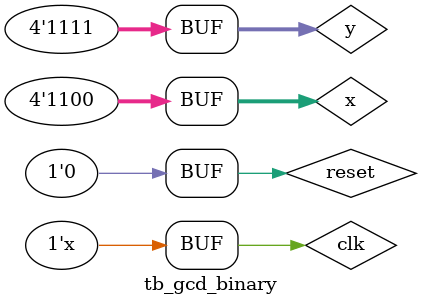
<source format=v>
`timescale 1ns / 1ps

/** @module : tb_gcd_binary
 *  @author : Secure Trusted and Assured Microelectronics (STAM) Center

 *  Copyright (c) 2023 PQC.Secure (STAM/SCAI/ASU)
 *  Permission is hereby granted, free of charge, to any person obtaining a copy
 *  of this software and associated documentation files (the "Software"), to deal
 *  in the Software without restriction, including without limitation the rights
 *  to use, copy, modify, merge, publish, distribute, sublicense, and/or sell
 *  copies of the Software, and to permit persons to whom the Software is
 *  furnished to do so, subject to the following conditions:
 *  The above copyright notice and this permission notice shall be included in
 *  all copies or substantial portions of the Software.
 *
 *  THE SOFTWARE IS PROVIDED "AS IS", WITHOUT WARRANTY OF ANY KIND, EXPRESS OR
 *  IMPLIED, INCLUDING BUT NOT LIMITED TO THE WARRANTIES OF MERCHANTABILITY,
 *  FITNESS FOR A PARTICULAR PURPOSE AND NONINFRINGEMENT. IN NO EVENT SHALL THE
 *  AUTHORS OR COPYRIGHT HOLDERS BE LIABLE FOR ANY CLAIM, DAMAGES OR OTHER
 *  LIABILITY, WHETHER IN AN ACTION OF CONTRACT, TORT OR OTHERWISE, ARISING FROM,
 *  OUT OF OR IN CONNECTION WITH THE SOFTWARE OR THE USE OR OTHER DEALINGS IN
 *  THE SOFTWARE.
 *
 *
 */

module tb_gcd_binary;

reg clk, reset;
reg [3:0] x, y;
wire [3:0] result;

gcd_binary dut(.clk(clk), .reset(reset), .x(x), .y(y), .result(result));

always #5 clk = ~clk;

initial begin
    clk = 0;
    reset = 1;
    x = 12;
    y = 15;
    #10; reset = 0;
    //#10; x = 12; y = 4;
end

endmodule

</source>
